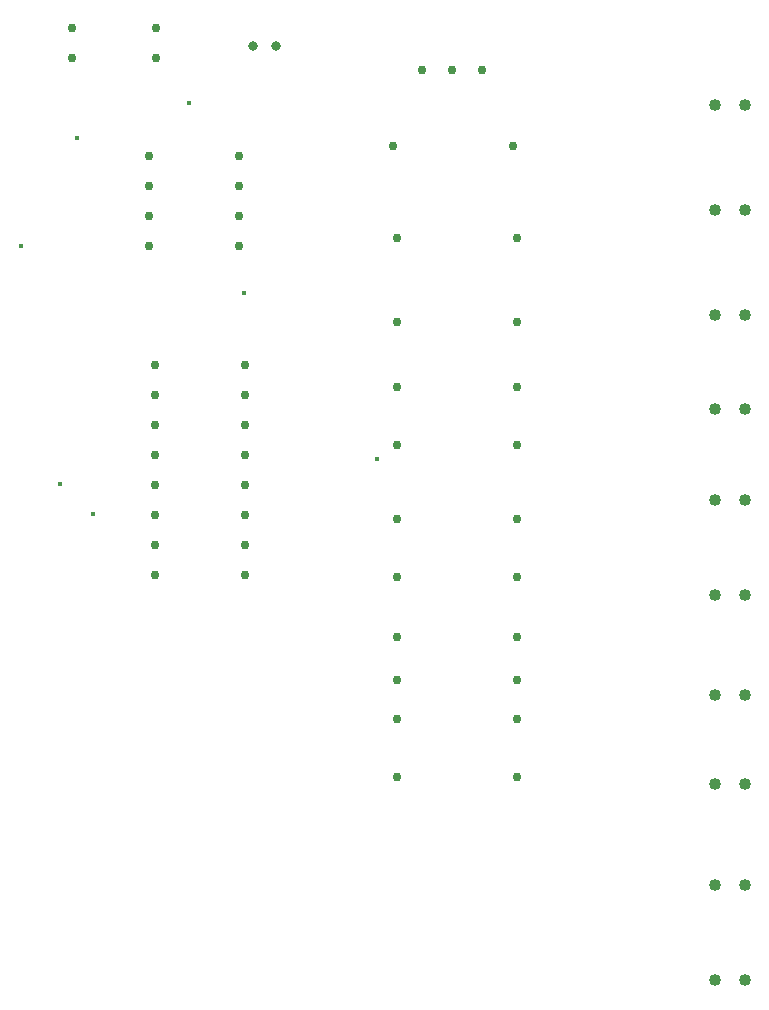
<source format=gbr>
G04 PROTEUS GERBER X2 FILE*
%TF.GenerationSoftware,Labcenter,Proteus,8.17-SP2-Build37159*%
%TF.CreationDate,2024-06-19T11:42:43+00:00*%
%TF.FileFunction,Plated,1,2,PTH*%
%TF.FilePolarity,Positive*%
%TF.Part,Single*%
%TF.SameCoordinates,{1fde6796-616a-48bc-91c5-d9dd16b063df}*%
%FSLAX45Y45*%
%MOMM*%
G01*
%TA.AperFunction,ViaDrill*%
%ADD35C,0.381000*%
%TA.AperFunction,ComponentDrill*%
%ADD36C,0.762000*%
%TA.AperFunction,ComponentDrill*%
%ADD37C,1.016000*%
%ADD38C,0.812800*%
%TD.AperFunction*%
D35*
X+90000Y+200000D03*
X-1032234Y+1603946D03*
X-2311610Y-267130D03*
X-2590000Y-10000D03*
X-2925622Y+2003288D03*
X-2446951Y+2916359D03*
X-1503445Y+3212416D03*
D36*
X-1841000Y+2770000D03*
X-1841000Y+2516000D03*
X-1841000Y+2262000D03*
X-1841000Y+2008000D03*
X-1079000Y+2008000D03*
X-1079000Y+2262000D03*
X-1079000Y+2516000D03*
X-1079000Y+2770000D03*
X-1780000Y+3592000D03*
X-1780000Y+3846000D03*
X-2490000Y+3848000D03*
X-2490000Y+3594000D03*
X+230000Y+2850000D03*
X+1246000Y+2850000D03*
X+476000Y+3490000D03*
X+984000Y+3490000D03*
X+730000Y+3490000D03*
X-1029000Y-780000D03*
X-1029000Y-526000D03*
X-1029000Y-272000D03*
X-1029000Y-18000D03*
X-1029000Y+236000D03*
X-1029000Y+490000D03*
X-1029000Y+744000D03*
X-1029000Y+998000D03*
X-1791000Y+998000D03*
X-1791000Y+744000D03*
X-1791000Y+490000D03*
X-1791000Y+236000D03*
X-1791000Y-18000D03*
X-1791000Y-272000D03*
X-1791000Y-526000D03*
X-1791000Y-780000D03*
X+260000Y+2070000D03*
X+1276000Y+2070000D03*
X+260000Y+1360000D03*
X+1276000Y+1360000D03*
X+260000Y+810000D03*
X+1276000Y+810000D03*
X+260000Y+320000D03*
X+1276000Y+320000D03*
X+260000Y-310000D03*
X+1276000Y-310000D03*
X+260000Y-800000D03*
X+1276000Y-800000D03*
X+260000Y-1310000D03*
X+1276000Y-1310000D03*
X+260000Y-2000000D03*
X+1276000Y-2000000D03*
X+260000Y-1670000D03*
X+1276000Y-1670000D03*
X+260000Y-2490000D03*
X+1276000Y-2490000D03*
D37*
X+2950000Y+3200000D03*
X+3204000Y+3200000D03*
X+2950000Y+2310000D03*
X+3204000Y+2310000D03*
X+2950000Y+1420000D03*
X+3204000Y+1420000D03*
X+2950000Y+620000D03*
X+3204000Y+620000D03*
X+2950000Y-150000D03*
X+3204000Y-150000D03*
X+2950000Y-950000D03*
X+3204000Y-950000D03*
X+2950000Y-1800000D03*
X+3204000Y-1800000D03*
X+2950000Y-2550000D03*
X+3204000Y-2550000D03*
X+2950000Y-3410000D03*
X+3204000Y-3410000D03*
X+2950000Y-4210000D03*
X+3204000Y-4210000D03*
D38*
X-960000Y+3700000D03*
X-760000Y+3700000D03*
M02*

</source>
